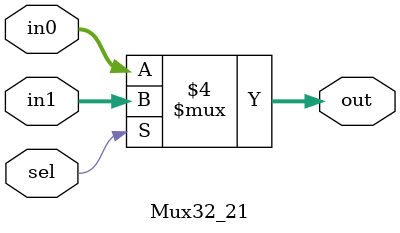
<source format=v>
module Mux32_21(
    input[31:0] in0,
    input[31:0] in1,
    input sel,
    output reg[31:0] out
);

    always @(*) begin
        if (sel == 1'b0) begin
            out = in0;
        end else begin
            out = in1;
        end
    end
endmodule

</source>
